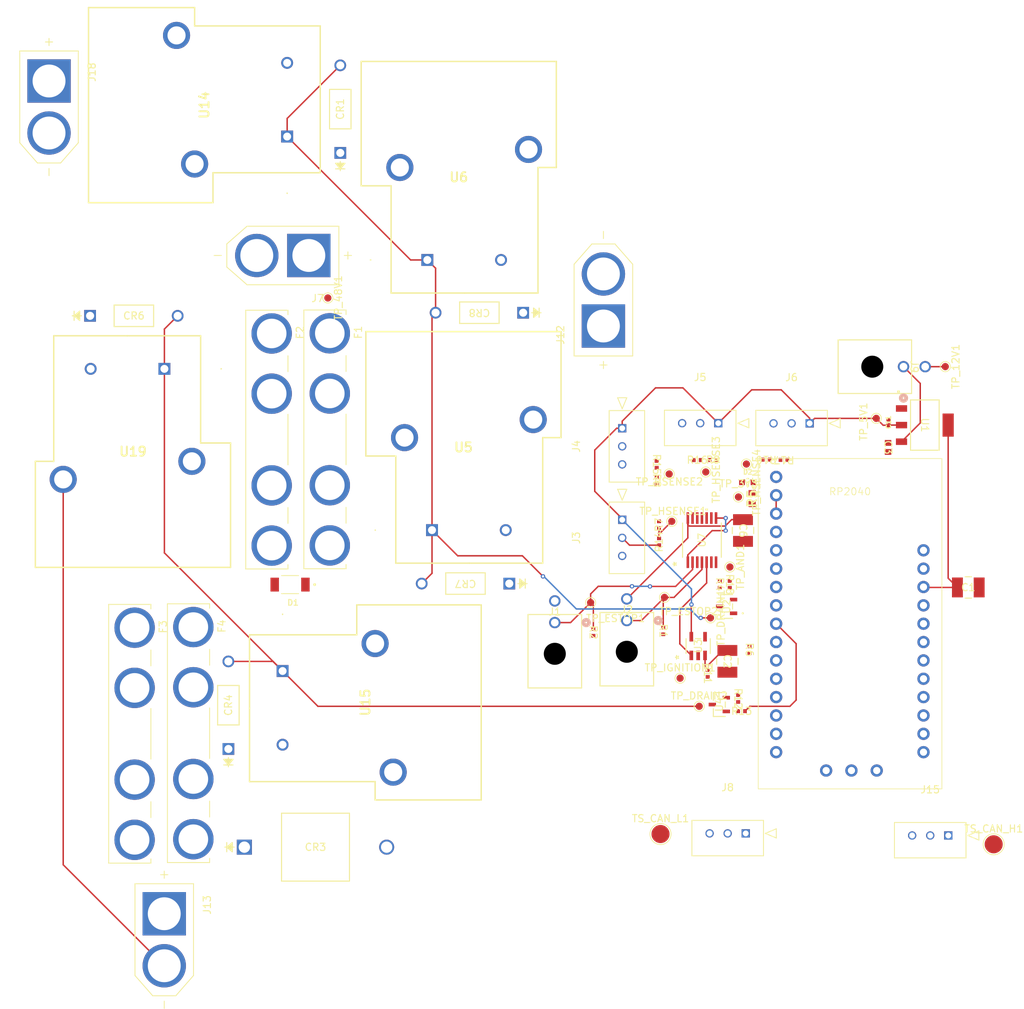
<source format=kicad_pcb>
(kicad_pcb (version 20240108) (generator "pcbnew") (generator_version "8.0")
  (layers (0 "F.Cu" signal) (31 "B.Cu" signal) (34 "B.Paste" user) (35 "F.Paste" user) (36 "B.SilkS" user "B.Silkscreen") (37 "F.SilkS" user "F.Silkscreen") (38 "B.Mask" user) (39 "F.Mask" user) (44 "Edge.Cuts" user))
  (net 0 "")
  (net 1 "GND")
  (net 2 "+5V")
  (net 3 "/IGNITION")
  (net 4 "Net-(U1-VIN)")
  (net 5 "+3V3")
  (net 6 "/DRAIN")
  (net 7 "+12V")
  (net 8 "Net-(J13-POS)")
  (net 9 "/DRAIN2")
  (net 10 "Net-(U15-COM)")
  (net 11 "Net-(D2-Pad2)")
  (net 12 "Net-(J7-POS)")
  (net 13 "Net-(U15-NO)")
  (net 14 "/ESTOP1")
  (net 15 "/ESTOP2")
  (net 16 "Net-(J3-Pad2)")
  (net 17 "Net-(J4-Pad2)")
  (net 18 "Net-(J5-Pad2)")
  (net 19 "Net-(J6-Pad2)")
  (net 20 "Net-(J7-NEG)")
  (net 21 "/CAN_L")
  (net 22 "/CAN_H")
  (net 23 "Net-(J12-NEG)")
  (net 24 "Net-(J12-POS)")
  (net 25 "Net-(J13-NEG)")
  (net 26 "Net-(J18-POS)")
  (net 27 "Net-(J18-NEG)")
  (net 28 "Net-(U2-G)")
  (net 29 "/HSENSE")
  (net 30 "/HSENSE_2")
  (net 31 "/HSENSE_3")
  (net 32 "/HSENSE_4")
  (net 33 "Net-(U4-G)")
  (net 34 "Net-(RP2040-D24)")
  (net 35 "Net-(U7-1Y)")
  (net 58 "/IGNITION_5V")
  (net 59 "Net-(U7-1A)")
  (footprint "SMV_ICs:J115F11AH12VDCS615U" (layer "F.Cu") (at 53.13 61.0658 90)
    (property "Reference" "U14" (at 4.35 -11.45 90) (layer "F.SilkS") (effects (font (size 1.27 1.27) (thickness 0.254))))
    (property "Value" "J115F11AH12VDCS61.5U" (hide yes))
    (pad "1" thru_hole rect (at 0 0 90) (size 1.65 1.65) (drill 1.1) (layers "*.Cu" "*.Mask") (net 6 "/DRAIN"))
    (pad "2" thru_hole circle (at 10.2 0 90) (size 1.65 1.65) (drill 1.1) (layers "*.Cu" "*.Mask") (net 7 "+12V"))
    (pad "3" thru_hole circle (at 14 -15.3 90) (size 3.75 3.75) (drill 2.5) (layers "*.Cu" "*.Mask") (net 26 "Net-(J18-POS)"))
    (pad "4" thru_hole circle (at -3.8 -12.8 90) (size 3.75 3.75) (drill 2.5) (layers "*.Cu" "*.Mask") (net 27 "Net-(J18-NEG)"))
  )
  (footprint "SMV_Passives:CAPC17595_87N_KEM-L" (layer "F.Cu") (at 136.2558 104.09 -90)
    (property "Reference" "C3" (at 0 0 -90) (layer "F.SilkS"))
    (property "Value" "C0603C474K4RACTU" (hide yes))
    (pad "1" smd rect (at -0.626199 0 270) (size 0.802399 0.899198) (layers "F.Cu" "F.Paste" "F.Mask") (net 4 "Net-(U1-VIN)"))
    (pad "2" smd rect (at 0.626199 0 270) (size 0.802399 0.899198) (layers "F.Cu" "F.Paste" "F.Mask") (net 1 "GND"))
  )
  (footprint "SMV_Passives:RES_CRCW_0402" (layer "F.Cu") (at 121.84411 105.819998 180)
    (property "Reference" "R17" (at 0 0 180) (layer "F.SilkS"))
    (property "Value" "1.5k ohms" (hide yes))
    (pad "1" smd rect (at -0.4699 0 180) (size 0.508 0.5588) (layers "F.Cu" "F.Paste" "F.Mask") (net 19 "Net-(J6-Pad2)"))
    (pad "2" smd rect (at 0.4699 0 180) (size 0.508 0.5588) (layers "F.Cu" "F.Paste" "F.Mask") (net 32 "/HSENSE_4"))
  )
  (footprint "SMV_Passives:1N4-G" (layer "F.Cu") (at 25.87 85.8758)
    (property "Reference" "CR6" (at 6.0579 0 0) (layer "F.SilkS"))
    (property "Value" "1N4007-G")
    (pad "1" thru_hole rect (at 0 0) (size 1.6256 1.6256) (drill 1.1176) (layers "*.Cu" "*.Mask") (net 7 "+12V"))
    (pad "2" thru_hole circle (at 12.1158 0) (size 1.6256 1.6256) (drill 1.1176) (layers "*.Cu" "*.Mask") (net 9 "/DRAIN2"))
  )
  (footprint "TestPoint:TestPoint_Pad_D1.0mm" (layer "F.Cu") (at 110.1301 139.92)
    (property "Reference" "TP_DRAIN2" (at 0 -1.448 0) (layer "F.SilkS"))
    (property "Value" "TestPoint" (hide yes))
    (pad "1" smd circle (at 0 0) (size 1 1) (layers "F.Cu" "F.Mask") (net 9 "/DRAIN2"))
  )
  (footprint "SMV_ICs:J115F11AH12VDCS615U" (layer "F.Cu") (at 36.15 93.2158 180)
    (property "Reference" "U19" (at 4.35 -11.45 360) (layer "F.SilkS") (effects (font (size 1.27 1.27) (thickness 0.254))))
    (property "Value" "J115F11AH12VDCS61.5U" (hide yes))
    (pad "1" thru_hole rect (at 0 0 180) (size 1.65 1.65) (drill 1.1) (layers "*.Cu" "*.Mask") (net 9 "/DRAIN2"))
    (pad "2" thru_hole circle (at 10.2 0 180) (size 1.65 1.65) (drill 1.1) (layers "*.Cu" "*.Mask") (net 7 "+12V"))
    (pad "3" thru_hole circle (at 14 -15.3 180) (size 3.75 3.75) (drill 2.5) (layers "*.Cu" "*.Mask") (net 25 "Net-(J13-NEG)"))
    (pad "4" thru_hole circle (at -3.8 -12.8 180) (size 3.75 3.75) (drill 2.5) (layers "*.Cu" "*.Mask") (net 20 "Net-(J7-NEG)"))
  )
  (footprint "TestPoint:TestPoint_Pad_D1.0mm" (layer "F.Cu") (at 105.33 124.85)
    (property "Reference" "TP_ESTOP2" (at 3.34 1.942 360) (layer "F.SilkS"))
    (property "Value" "TestPoint" (hide yes))
    (pad "1" smd circle (at 0 0) (size 1 1) (layers "F.Cu" "F.Mask") (net 15 "/ESTOP2"))
  )
  (footprint "TestPoint:TestPoint_Pad_D1.0mm" (layer "F.Cu") (at 114.38 120.6399 -90)
    (property "Reference" "TP_AND1" (at 0 -1.448 90) (layer "F.SilkS"))
    (property "Value" "TestPoint" (hide yes))
    (pad "1" smd circle (at 0 0 270) (size 1 1) (layers "F.Cu" "F.Mask") (net 28 "Net-(U2-G)"))
  )
  (footprint "SMV_Passives:RES_CRCW_0402" (layer "F.Cu") (at 105.1599 129.48 -90)
    (property "Reference" "R1" (at 0 0 -90) (layer "F.SilkS"))
    (property "Value" "10k ohms" (hide yes))
    (pad "1" smd rect (at -0.4699 0 270) (size 0.508 0.5588) (layers "F.Cu" "F.Paste" "F.Mask") (net 15 "/ESTOP2"))
    (pad "2" smd rect (at 0.4699 0 270) (size 0.508 0.5588) (layers "F.Cu" "F.Paste" "F.Mask") (net 1 "GND"))
  )
  (footprint "TestPoint:TestPoint_Pad_D2.5mm" (layer "F.Cu") (at 150.87 159.02)
    (property "Reference" "TS_CAN_H1" (at 0 -2.148 0) (layer "F.SilkS"))
    (property "Value" "~")
    (pad "1" smd circle (at 0 0) (size 2.5 2.5) (layers "F.Cu" "F.Mask") (net 22 "/CAN_H"))
  )
  (footprint "SMV_ICs:IRLML6344TRPBF_INF-L" (layer "F.Cu") (at 113.9217 126.1 90)
    (property "Reference" "U2" (at 0 0 90) (layer "F.SilkS"))
    (property "Value" "IRLML6344TRPBF" (hide yes))
    (pad "1" smd rect (at -0.950001 0.9644 90) (size 0.508 1.016) (layers "F.Cu" "F.Paste" "F.Mask") (net 28 "Net-(U2-G)"))
    (pad "2" smd rect (at 0.950001 0.9644 90) (size 0.508 1.016) (layers "F.Cu" "F.Paste" "F.Mask") (net 1 "GND"))
    (pad "3" smd rect (at 0 -0.9644 90) (size 0.508 1.016) (layers "F.Cu" "F.Paste" "F.Mask") (net 6 "/DRAIN"))
  )
  (footprint "TestPoint:TestPoint_Pad_D2.5mm" (layer "F.Cu") (at 104.78 157.6)
    (property "Reference" "TS_CAN_L1" (at 0 -2.148 0) (layer "F.SilkS"))
    (property "Value" "~")
    (pad "1" smd circle (at 0 0) (size 2.5 2.5) (layers "F.Cu" "F.Mask") (net 21 "/CAN_L"))
  )
  (footprint "TestPoint:TestPoint_Pad_D1.0mm" (layer "F.Cu") (at 107.49 136.03)
    (property "Reference" "TP_IGNITION1" (at 0 -1.448 0) (layer "F.SilkS"))
    (property "Value" "TestPoint" (hide yes))
    (pad "1" smd circle (at 0 0) (size 1 1) (layers "F.Cu" "F.Mask") (net 3 "/IGNITION"))
  )
  (footprint "SMV_Connectors:AMASS_XT60-M" (layer "F.Cu") (at 52.53 77.5258 180)
    (property "Reference" "J7" (at -4.825 -5.935 360) (layer "F.SilkS"))
    (property "Value" "XT60-M")
    (pad "N" thru_hole circle (at 3.6 0 180) (size 6 6) (drill 4.55) (layers "*.Cu" "*.Mask") (net 20 "Net-(J7-NEG)"))
    (pad "P" thru_hole rect (at -3.6 0 180) (size 6 6) (drill 4.55) (layers "*.Cu" "*.Mask") (net 12 "Net-(J7-POS)"))
  )
  (footprint "SMV_ICs:SOT223_STM" (layer "F.Cu") (at 141.3458 101 -90)
    (property "Reference" "U1" (at 0 0 -90) (layer "F.SilkS"))
    (property "Value" "LDL1117S50R" (hide yes))
    (pad "1" smd rect (at -2.3 3.2258 270) (size 0.9008 1.5494) (layers "F.Cu" "F.Paste" "F.Mask") (net 1 "GND"))
    (pad "2" smd rect (at 0 3.2258 270) (size 0.9008 1.5494) (layers "F.Cu" "F.Paste" "F.Mask") (net 2 "+5V"))
    (pad "3" smd rect (at 2.3 3.2258 270) (size 0.9008 1.5494) (layers "F.Cu" "F.Paste" "F.Mask") (net 4 "Net-(U1-VIN)"))
    (pad "4" smd rect (at 0 -3.2258 270) (size 3.2004 1.5494) (layers "F.Cu" "F.Paste" "F.Mask") (net 2 "+5V"))
  )
  (footprint "SMV_ICs:SOT-23-5_MC_MCH" (layer "F.Cu") (at 109.989999 131.584801 90)
    (property "Reference" "U3" (at 0 0 90) (layer "F.SilkS"))
    (property "Value" "MCP6286T-E/OT" (hide yes))
    (fp_text user "*" (at -1.549201 -2.601 90) (layer "F.SilkS"))
    (fp_text user "*" (at -1.549201 -2.601 90) (layer "F.SilkS"))
    (pad "1" smd rect (at -1.295199 -0.950001 90) (size 1.3208 0.508) (layers "F.Cu" "F.Paste" "F.Mask") (net 58 "/IGNITION_5V"))
    (pad "2" smd rect (at -1.295199 0 90) (size 1.3208 0.508) (layers "F.Cu" "F.Paste" "F.Mask") (net 1 "GND"))
    (pad "3" smd rect (at -1.295199 0.950001 90) (size 1.3208 0.508) (layers "F.Cu" "F.Paste" "F.Mask") (net 3 "/IGNITION"))
    (pad "4" smd rect (at 1.295199 0.950001 90) (size 1.3208 0.508) (layers "F.Cu" "F.Paste" "F.Mask") (net 1 "GND"))
    (pad "5" smd rect (at 1.295199 -0.950001 90) (size 1.3208 0.508) (layers "F.Cu" "F.Paste" "F.Mask") (net 2 "+5V"))
  )
  (footprint "SMV_Passives:1N4-G" (layer "F.Cu") (at 45 145.8258 90)
    (property "Reference" "CR4" (at 6.0579 0 90) (layer "F.SilkS"))
    (property "Value" "1N4007-G")
    (pad "1" thru_hole rect (at 0 0 90) (size 1.6256 1.6256) (drill 1.1176) (layers "*.Cu" "*.Mask") (net 7 "+12V"))
    (pad "2" thru_hole circle (at 12.1158 0 90) (size 1.6256 1.6256) (drill 1.1176) (layers "*.Cu" "*.Mask") (net 9 "/DRAIN2"))
  )
  (footprint "SMV_Connectors:FUSE_3555-2" (layer "F.Cu") (at 59.03 102.9808 -90)
    (property "Reference" "F1" (at -14.81 -3.935 90) (layer "F.SilkS"))
    (property "Value" "3555-2")
    (pad "1_1" thru_hole circle (at -14.685 0 270) (size 5.59 5.59) (drill 4.09) (layers "*.Cu" "*.Mask") (net 12 "Net-(J7-POS)"))
    (pad "1_2" thru_hole circle (at -6.355 0 270) (size 5.59 5.59) (drill 4.09) (layers "*.Cu" "*.Mask"))
    (pad "2_1" thru_hole circle (at 6.345 0 270) (size 5.59 5.59) (drill 4.09) (layers "*.Cu" "*.Mask") (net 10 "Net-(U15-COM)"))
    (pad "2_2" thru_hole circle (at 14.675 0 270) (size 5.59 5.59) (drill 4.09) (layers "*.Cu" "*.Mask"))
  )
  (footprint "TestPoint:TestPoint_Pad_D1.0mm" (layer "F.Cu") (at 116.66 106.39 -90)
    (property "Reference" "TP_HSENSE4" (at 2.56 -1.398 90) (layer "F.SilkS"))
    (property "Value" "TestPoint" (hide yes))
    (pad "1" smd circle (at 0 0 270) (size 1 1) (layers "F.Cu" "F.Mask") (net 32 "/HSENSE_4"))
  )
  (footprint "SMV_Connectors:3pin_CON_22035035_MOL" (layer "F.Cu") (at 144.59 157.8)
    (property "Reference" "J15" (at -2.49999 -6.35 0) (layer "F.SilkS"))
    (property "Value" "22035035" (hide yes))
    (pad "1" thru_hole rect (at 0 0) (size 1.15 1.15) (drill 0.8) (layers "*.Cu" "*.Mask") (net 22 "/CAN_H"))
    (pad "2" thru_hole circle (at -2.5 0) (size 1.15 1.15) (drill 0.8) (layers "*.Cu" "*.Mask") (net 1 "GND"))
    (pad "3" thru_hole circle (at -5 0) (size 1.15 1.15) (drill 0.8) (layers "*.Cu" "*.Mask") (net 21 "/CAN_L"))
  )
  (footprint "SMV_Connectors:CONN_SD-43045-001_02_MOL" (layer "F.Cu") (at 138.394301 92.9166 -90)
    (property "Reference" "J9" (at 0 -1.5 -90) (layer "F.SilkS"))
    (property "Value" "430450200" (hide yes))
    (pad "" np_thru_hole circle (at 0 4.320002 270) (size 3.048 3.048) (drill 3.048) (layers))
    (pad "1" thru_hole circle (at 0 0 270) (size 1.5748 1.5748) (drill 1.0668) (layers "*.Cu" "*.Mask") (net 4 "Net-(U1-VIN)"))
    (pad "2" thru_hole circle (at 0 -2.999999 270) (size 1.5748 1.5748) (drill 1.0668) (layers "*.Cu" "*.Mask") (net 7 "+12V"))
  )
  (footprint "SMV_Passives:RES_CRCW_0402" (layer "F.Cu") (at 119.39411 105.779998 180)
    (property "Reference" "R10" (at 0 0 180) (layer "F.SilkS"))
    (property "Value" "10k ohms" (hide yes))
    (pad "1" smd rect (at -0.4699 0 180) (size 0.508 0.5588) (layers "F.Cu" "F.Paste" "F.Mask") (net 32 "/HSENSE_4"))
    (pad "2" smd rect (at 0.4699 0 180) (size 0.508 0.5588) (layers "F.Cu" "F.Paste" "F.Mask") (net 1 "GND"))
  )
  (footprint "SMV_Passives:CAPC340270_190N_KEM-M" (layer "F.Cu") (at 116.19 115.59 -90)
    (property "Reference" "C6" (at 0 0 -90) (layer "F.SilkS"))
    (property "Value" "1 µF")
    (pad "1" smd rect (at -1.504398 0 270) (size 1.508798 2.750795) (layers "F.Cu" "F.Paste" "F.Mask") (net 5 "+3V3"))
    (pad "2" smd rect (at 1.504398 0 270) (size 1.508798 2.750795) (layers "F.Cu" "F.Paste" "F.Mask") (net 1 "GND"))
  )
  (footprint "SMV_Passives:CAPC340270_190N_KEM-M" (layer "F.Cu") (at 114.03 133.695602 -90)
    (property "Reference" "C2" (at 0 0 -90) (layer "F.SilkS"))
    (property "Value" "1 µF" (hide yes))
    (pad "1" smd rect (at -1.504398 0 270) (size 1.508798 2.750795) (layers "F.Cu" "F.Paste" "F.Mask") (net 3 "/IGNITION"))
    (pad "2" smd rect (at 1.504398 0 270) (size 1.508798 2.750795) (layers "F.Cu" "F.Paste" "F.Mask") (net 1 "GND"))
  )
  (footprint "SMV_Connectors:3pin_CON_22035035_MOL" (layer "F.Cu") (at 99.480002 101.4398 90)
    (property "Reference" "J4" (at -2.49999 -6.35 90) (layer "F.SilkS"))
    (property "Value" "22035035" (hide yes))
    (pad "1" thru_hole rect (at 0 0 90) (size 1.15 1.15) (drill 0.8) (layers "*.Cu" "*.Mask") (net 2 "+5V"))
    (pad "2" thru_hole circle (at -2.5 0 90) (size 1.15 1.15) (drill 0.8) (layers "*.Cu" "*.Mask") (net 17 "Net-(J4-Pad2)"))
    (pad "3" thru_hole circle (at -5 0 90) (size 1.15 1.15) (drill 0.8) (layers "*.Cu" "*.Mask") (net 1 "GND"))
  )
  (footprint "TestPoint:TestPoint_Pad_D1.0mm" (layer "F.Cu") (at 95.11 125.56)
    (property "Reference" "TP_ESTOP1" (at 3.44 2.192 0) (layer "F.SilkS"))
    (property "Value" "TestPoint" (hide yes))
    (pad "1" smd circle (at 0 0) (size 1 1) (layers "F.Cu" "F.Mask") (net 14 "/ESTOP1"))
  )
  (footprint "SMV_Passives:RES_CRCW_0402" (layer "F.Cu") (at 104.26 108.67 -90)
    (property "Reference" "R8" (at 0 0 -90) (layer "F.SilkS"))
    (property "Value" "10k ohms" (hide yes))
    (pad "1" smd rect (at -0.4699 0 270) (size 0.508 0.5588) (layers "F.Cu" "F.Paste" "F.Mask") (net 30 "/HSENSE_2"))
    (pad "2" smd rect (at 0.4699 0 270) (size 0.508 0.5588) (layers "F.Cu" "F.Paste" "F.Mask") (net 1 "GND"))
  )
  (footprint "SMV_Passives:RES_CRCW_0402" (layer "F.Cu") (at 117.09 132.0901 -90)
    (property "Reference" "R6" (at 0 0 -90) (layer "F.SilkS"))
    (property "Value" "10k ohms" (hide yes))
    (pad "1" smd rect (at -0.4699 0 270) (size 0.508 0.5588) (layers "F.Cu" "F.Paste" "F.Mask") (net 3 "/IGNITION"))
    (pad "2" smd rect (at 0.4699 0 270) (size 0.508 0.5588) (layers "F.Cu" "F.Paste" "F.Mask") (net 1 "GND"))
  )
  (footprint "TestPoint:TestPoint_Pad_D1.0mm" (layer "F.Cu") (at 106.34 114.32)
    (property "Reference" "TP_HSENSE1" (at 0.169998 -1.40191 360) (layer "F.SilkS"))
    (property "Value" "TestPoint" (hide yes))
    (pad "1" smd circle (at 0 0) (size 1 1) (layers "F.Cu" "F.Mask") (net 29 "/HSENSE"))
  )
  (footprint "TestPoint:TestPoint_Pad_D1.0mm" (layer "F.Cu") (at 115.56 110.95)
    (property "Reference" "TP_3V3" (at 0.01 -1.838 0) (layer "F.SilkS"))
    (property "Value" "~")
    (pad "1" smd circle (at 0 0) (size 1 1) (layers "F.Cu" "F.Mask") (net 5 "+3V3"))
  )
  (footprint "SMV_Passives:RES_CRCW_0402" (layer "F.Cu") (at 112.98 123.04 -90)
    (property "Reference" "R4" (at 0 0 -90) (layer "F.SilkS"))
    (property "Value" "10k ohms" (hide yes))
    (pad "1" smd rect (at -0.4699 0 270) (size 0.508 0.5588) (layers "F.Cu" "F.Paste" "F.Mask") (net 1 "GND"))
    (pad "2" smd rect (at 0.4699 0 270) (size 0.508 0.5588) (layers "F.Cu" "F.Paste" "F.Mask") (net 28 "Net-(U2-G)"))
  )
  (footprint "SMV_Connectors:FUSE_3555-2" (layer "F.Cu") (at 40.154 143.6408 -90)
    (property "Reference" "F4" (at -14.81 -3.935 90) (layer "F.SilkS"))
    (property "Value" "3555-2")
    (pad "1_1" thru_hole circle (at -14.685 0 270) (size 5.59 5.59) (drill 4.09) (layers "*.Cu" "*.Mask") (net 13 "Net-(U15-NO)"))
    (pad "1_2" thru_hole circle (at -6.355 0 270) (size 5.59 5.59) (drill 4.09) (layers "*.Cu" "*.Mask"))
    (pad "2_1" thru_hole circle (at 6.345 0 270) (size 5.59 5.59) (drill 4.09) (layers "*.Cu" "*.Mask") (net 8 "Net-(J13-POS)"))
    (pad "2_2" thru_hole circle (at 14.675 0 270) (size 5.59 5.59) (drill 4.09) (layers "*.Cu" "*.Mask"))
  )
  (footprint "SMV_Passives:RES_CRCW_0402" (layer "F.Cu") (at 104.58 117.1499 90)
    (property "Reference" "R14" (at 0 0 90) (layer "F.SilkS"))
    (property "Value" "1.5k ohms" (hide yes))
    (pad "1" smd rect (at -0.4699 0 90) (size 0.508 0.5588) (layers "F.Cu" "F.Paste" "F.Mask") (net 16 "Net-(J3-Pad2)"))
    (pad "2" smd rect (at 0.4699 0 90) (size 0.508 0.5588) (layers "F.Cu" "F.Paste" "F.Mask") (net 29 "/HSENSE"))
  )
  (footprint "SMV_Connectors:3pin_CON_22035035_MOL" (layer "F.Cu") (at 125.41 100.76)
    (property "Reference" "J6" (at -2.49999 -6.35 0) (layer "F.SilkS"))
    (property "Value" "22035035" (hide yes))
    (pad "1" thru_hole rect (at 0 0) (size 1.15 1.15) (drill 0.8) (layers "*.Cu" "*.Mask") (net 2 "+5V"))
    (pad "2" thru_hole circle (at -2.5 0) (size 1.15 1.15) (drill 0.8) (layers "*.Cu" "*.Mask") (net 19 "Net-(J6-Pad2)"))
    (pad "3" thru_hole circle (at -5 0) (size 1.15 1.15) (drill 0.8) (layers "*.Cu" "*.Mask") (net 1 "GND"))
  )
  (footprint "TestPoint:TestPoint_Pad_D1.0mm" (layer "F.Cu") (at 58.76 83.4058 -90)
    (property "Reference" "TP_48V1" (at 0 -1.448 90) (layer "F.SilkS"))
    (property "Value" "V_DIVIDED")
    (pad "1" smd circle (at 0 0 270) (size 1 1) (layers "F.Cu" "F.Mask") (net 12 "Net-(J7-POS)"))
  )
  (footprint "SMV_Connectors:3pin_CON_22035035_MOL" (layer "F.Cu") (at 112.77 100.74)
    (property "Reference" "J5" (at -2.49999 -6.35 0) (layer "F.SilkS"))
    (property "Value" "22035035" (hide yes))
    (pad "1" thru_hole rect (at 0 0) (size 1.15 1.15) (drill 0.8) (layers "*.Cu" "*.Mask") (net 2 "+5V"))
    (pad "2" thru_hole circle (at -2.5 0) (size 1.15 1.15) (drill 0.8) (layers "*.Cu" "*.Mask") (net 18 "Net-(J5-Pad2)"))
    (pad "3" thru_hole circle (at -5 0) (size 1.15 1.15) (drill 0.8) (layers "*.Cu" "*.Mask") (net 1 "GND"))
  )
  (footprint "SMV_Connectors:RP2040" (layer "F.Cu") (at 131.1905 125.95)
    (property "Reference" "RP2040" (at -0.1905 -15.74 0) (layer "F.SilkS") (effects (font (thickness 0.1))))
    (property "Value" "~")
    (pad "1" thru_hole circle (at 9.9695 -7.62) (size 1.7 1.7) (drill 1) (layers "*.Cu" "*.Mask"))
    (pad "2" thru_hole circle (at 9.9695 -5.08) (size 1.7 1.7) (drill 1) (layers "*.Cu" "*.Mask"))
    (pad "3" thru_hole circle (at 9.9695 -2.54) (size 1.7 1.7) (drill 1) (layers "*.Cu" "*.Mask") (net 2 "+5V"))
    (pad "4" thru_hole circle (at 9.9695 0) (size 1.7 1.7) (drill 1) (layers "*.Cu" "*.Mask"))
    (pad "5" thru_hole circle (at 9.9695 2.54) (size 1.7 1.7) (drill 1) (layers "*.Cu" "*.Mask"))
    (pad "6" thru_hole circle (at 9.9695 5.08) (size 1.7 1.7) (drill 1) (layers "*.Cu" "*.Mask"))
    (pad "7" thru_hole circle (at 9.9695 7.62) (size 1.7 1.7) (drill 1) (layers "*.Cu" "*.Mask"))
    (pad "8" thru_hole circle (at 9.9695 10.16) (size 1.7 1.7) (drill 1) (layers "*.Cu" "*.Mask"))
    (pad "9" thru_hole circle (at 9.9695 12.7) (size 1.7 1.7) (drill 1) (layers "*.Cu" "*.Mask"))
    (pad "10" thru_hole circle (at 9.9695 15.24) (size 1.7 1.7) (drill 1) (layers "*.Cu" "*.Mask"))
    (pad "11" thru_hole circle (at 9.9695 17.78) (size 1.7 1.7) (drill 1) (layers "*.Cu" "*.Mask"))
    (pad "12" thru_hole circle (at 9.9695 20.32) (size 1.7 1.7) (drill 1) (layers "*.Cu" "*.Mask"))
    (pad "13" thru_hole circle (at -10.414 20.32) (size 1.7 1.7) (drill 1) (layers "*.Cu" "*.Mask"))
    (pad "14" thru_hole circle (at -10.414 17.78) (size 1.7 1.7) (drill 1) (layers "*.Cu" "*.Mask"))
    (pad "15" thru_hole circle (at -10.414 15.24) (size 1.7 1.7) (drill 1) (layers "*.Cu" "*.Mask"))
    (pad "16" thru_hole circle (at -10.414 12.7) (size 1.7 1.7) (drill 1) (layers "*.Cu" "*.Mask"))
    (pad "17" thru_hole circle (at -10.414 10.16) (size 1.7 1.7) (drill 1) (layers "*.Cu" "*.Mask"))
    (pad "18" thru_hole circle (at -10.414 7.62) (size 1.7 1.7) (drill 1) (layers "*.Cu" "*.Mask"))
    (pad "19" thru_hole circle (at -10.414 5.08) (size 1.7 1.7) (drill 1) (layers "*.Cu" "*.Mask") (net 3 "/IGNITION"))
    (pad "20" thru_hole circle (at -10.414 2.54) (size 1.7 1.7) (drill 1) (layers "*.Cu" "*.Mask") (net 34 "Net-(RP2040-D24)"))
    (pad "21" thru_hole circle (at -10.414 0) (size 1.7 1.7) (drill 1) (layers "*.Cu" "*.Mask"))
    (pad "22" thru_hole circle (at -10.414 -2.54) (size 1.7 1.7) (drill 1) (layers "*.Cu" "*.Mask"))
    (pad "23" thru_hole circle (at -10.414 -5.08) (size 1.7 1.7) (drill 1) (layers "*.Cu" "*.Mask"))
    (pad "24" thru_hole circle (at -10.414 -7.62) (size 1.7 1.7) (drill 1) (layers "*.Cu" "*.Mask"))
    (pad "25" thru_hole circle (at -10.414 -10.16) (size 1.7 1.7) (drill 1) (layers "*.Cu" "*.Mask") (net 1 "GND"))
    (pad "26" thru_hole circle (at -10.414 -12.7) (size 1.7 1.7) (drill 1) (layers "*.Cu" "*.Mask") (net 5 "+3V3"))
    (pad "27" thru_hole circle (at -10.414 -15.24) (size 1.7 1.7) (drill 1) (layers "*.Cu" "*.Mask") (net 5 "+3V3"))
    (pad "28" thru_hole circle (at -10.414 -17.78) (size 1.7 1.7) (drill 1) (layers "*.Cu" "*.Mask"))
    (pad "29" thru_hole circle (at 3.5 22.86) (size 1.7 1.7) (drill 1) (layers "*.Cu" "*.Mask") (net 21 "/CAN_L"))
    (pad "30" thru_hole circle (at 0 22.86) (size 1.7 1.7) (drill 1) (layers "*.Cu" "*.Mask") (net 1 "GND"))
    (pad "31" thru_hole circle (at -3.5 22.86) (size 1.7 1.7) (drill 1) (layers "*.Cu" "*.Mask") (net 22 "/CAN_H"))
  )
  (footprint "SMV_Connectors:CONN_SD-43045-001_02_MOL" (layer "F.Cu") (at 100.1166 128.0557)
    (property "Reference" "J2" (at 0 -1.5 0) (layer "F.SilkS"))
    (property "Value" "430450200" (hide yes))
    (pad "" np_thru_hole circle (at 0 4.320002) (size 3.048 3.048) (drill 3.048) (layers))
    (pad "1" thru_hole circle (at 0 0) (size 1.5748 1.5748) (drill 1.0668) (layers "*.Cu" "*.Mask") (net 15 "/ESTOP2"))
    (pad "2" thru_hole circle (at 0 -2.999999) (size 1.5748 1.5748) (drill 1.0668) (layers "*.Cu" "*.Mask") (net 5 "+3V3"))
  )
  (footprint "SMV_ICs:TSSOP14_PW_TEX-M" (layer "F.Cu") (at 110.51 116.92435 90)
    (property "Reference" "U7" (at 0 0 90) (layer "F.SilkS"))
    (property "Value" "SN74HCS21QPWRQ1" (hide yes))
    (fp_text user "*" (at -3.30835 -3.4486 90) (layer "F.SilkS"))
    (fp_text user "*" (at -3.30835 -3.4486 90) (layer "F.SilkS"))
    (pad "1" smd rect (at -3.05435 -1.950001 90) (size 1.6129 0.3556) (layers "F.Cu" "F.Paste" "F.Mask") (net 59 "Net-(U7-1A)"))
    (pad "2" smd rect (at -3.05435 -1.3 90) (size 1.6129 0.3556) (layers "F.Cu" "F.Paste" "F.Mask") (net 14 "/ESTOP1"))
    (pad "3" smd rect (at -3.05435 -0.649999 90) (size 1.6129 0.3556) (layers "F.Cu" "F.Paste" "F.Mask"))
    (pad "4" smd rect (at -3.05435 0 90) (size 1.6129 0.3556) (layers "F.Cu" "F.Paste" "F.Mask") (net 15 "/ESTOP2"))
    (pad "5" smd rect (at -3.05435 0.649999 90) (size 1.6129 0.3556) (layers "F.Cu" "F.Paste" "F.Mask") (net 58 "/IGNITION_5V"))
    (pad "6" smd rect (at -3.05435 1.3 90) (size 1.6129 0.3556) (layers "F.Cu" "F.Paste" "F.Mask") (net 35 "Net-(U7-1Y)"))
    (pad "7" smd rect (at -3.05435 1.949999 90) (size 1.6129 0.3556) (layers "F.Cu" "F.Paste" "F.Mask") (net 1 "GND"))
    (pad "8" smd rect (at 3.05435 1.950001 90) (size 1.6129 0.3556) (layers "F.Cu" "F.Paste" "F.Mask") (net 59 "Net-(U7-1A)"))
    (pad "9" smd rect (at 3.05435 1.3 90) (size 1.6129 0.3556) (layers "F.Cu" "F.Paste" "F.Mask") (net 32 "/HSENSE_4"))
    (pad "10" smd rect (at 3.05435 0.650001 90) (size 1.6129 0.3556) (layers "F.Cu" "F.Paste" "F.Mask") (net 31 "/HSENSE_3"))
    (pad "11" smd rect (at 3.05435 0 90) (size 1.6129 0.3556) (layers "F.Cu" "F.Paste" "F.Mask"))
    (pad "12" smd rect (at 3.05435 -0.649999 90) (size 1.6129 0.3556) (layers "F.Cu" "F.Paste" "F.Mask") (net 30 "/HSENSE_2"))
    (pad "13" smd rect (at 3.05435 -1.3 90) (size 1.6129 0.3556) (layers "F.Cu" "F.Paste" "F.Mask") (net 29 "/HSENSE"))
    (pad "14" smd rect (at 3.05435 -1.949999 90) (size 1.6129 0.3556) (layers "F.Cu" "F.Paste" "F.Mask") (net 5 "+3V3"))
  )
  (footprint "TestPoint:TestPoint_Pad_D1.0mm" (layer "F.Cu") (at 105.98 107.7699)
    (property "Reference" "TP_HSENSE2" (at 0.02599 1.072002 0) (layer "F.SilkS"))
    (property "Value" "TestPoint" (hide yes))
    (pad "1" smd circle (at 0 0) (size 1 1) (layers "F.Cu" "F.Mask") (net 30 "/HSENSE_2"))
  )
  (footprint "SMV_Passives:RES_CRCW_0402" (layer "F.Cu") (at 111.31 135.3799 -90)
    (property "Reference" "R11" (at 0 0 -90) (layer "F.SilkS"))
    (property "Value" "10k ohms" (hide yes))
    (pad "1" smd rect (at -0.4699 0 270) (size 0.508 0.5588) (layers "F.Cu" "F.Paste" "F.Mask") (net 3 "/IGNITION"))
    (pad "2" smd rect (at 0.4699 0 270) (size 0.508 0.5588) (layers "F.Cu" "F.Paste" "F.Mask") (net 1 "GND"))
  )
  (footprint "SMV_Passives:RES_CRCW_0402" (layer "F.Cu") (at 112.0499 105.83)
    (property "Reference" "R9" (at 0 0 0) (layer "F.SilkS"))
    (property "Value" "10k ohms" (hide yes))
    (pad "1" smd rect (at -0.4699 0) (size 0.508 0.5588) (layers "F.Cu" "F.Paste" "F.Mask") (net 31 "/HSENSE_3"))
    (pad "2" smd rect (at 0.4699 0) (size 0.508 0.5588) (layers "F.Cu" "F.Paste" "F.Mask") (net 1 "GND"))
  )
  (footprint "SMV_Passives:1N4-G" (layer "F.Cu") (at 83.8594 122.9358 180)
    (property "Reference" "CR7" (at 6.0579 0 180) (layer "F.SilkS"))
    (property "Value" "1N4007-G")
    (pad "1" thru_hole rect (at 0 0 180) (size 1.6256 1.6256) (drill 1.1176) (layers "*.Cu" "*.Mask") (net 7 "+12V"))
    (pad "2" thru_hole circle (at 12.1158 0 180) (size 1.6256 1.6256) (drill 1.1176) (layers "*.Cu" "*.Mask") (net 6 "/DRAIN"))
  )
  (footprint "SMV_Connectors:AMASS_XT60-M" (layer "F.Cu") (at 96.88 83.6858 90)
    (property "Reference" "J12" (at -4.825 -5.935 90) (layer "F.SilkS"))
    (property "Value" "XT60-M")
    (pad "N" thru_hole circle (at 3.6 0 90) (size 6 6) (drill 4.55) (layers "*.Cu" "*.Mask") (net 23 "Net-(J12-NEG)"))
    (pad "P" thru_hole rect (at -3.6 0 90) (size 6 6) (drill 4.55) (layers "*.Cu" "*.Mask") (net 24 "Net-(J12-POS)"))
  )
  (footprint "SMV_Connectors:3pin_CON_22035035_MOL" (layer "F.Cu") (at 99.480002 114.10401 90)
    (property "Reference" "J3" (at -2.49999 -6.35 90) (layer "F.SilkS"))
    (property "Value" "22035035" (hide yes))
    (pad "1" thru_hole rect (at 0 0 90) (size 1.15 1.15) (drill 0.8) (layers "*.Cu" "*.Mask") (net 2 "+5V"))
    (pad "2" thru_hole circle (at -2.5 0 90) (size 1.15 1.15) (drill 0.8) (layers "*.Cu" "*.Mask") (net 16 "Net-(J3-Pad2)"))
    (pad "3" thru_hole circle (at -5 0 90) (size 1.15 1.15) (drill 0.8) (layers "*.Cu" "*.Mask") (net 1 "GND"))
  )
  (footprint "SMV_ICs:J115F11AH12VDCS615U" (layer "F.Cu") (at 73.17 115.5358)
    (property "Reference" "U5" (at 4.35 -11.45 360) (layer "F.SilkS") (effects (font (size 1.27 1.27) (thickness 0.254))))
    (property "Value" "J115F11AH12VDCS61.5U" (hide yes))
    (pad "1" thru_hole rect (at 0 0) (size 1.65 1.65) (drill 1.1) (layers "*.Cu" "*.Mask") (net 6 "/DRAIN"))
    (pad "2" thru_hole circle (at 10.2 0) (size 1.65 1.65) (drill 1.1) (layers "*.Cu" "*.Mask") (net 7 "+12V"))
    (pad "3" thru_hole circle (at 14 -15.3) (size 3.75 3.75) (drill 2.5) (layers "*.Cu" "*.Mask") (net 24 "Net-(J12-POS)"))
    (pad "4" thru_hole circle (at -3.8 -12.8) (size 3.75 3.75) (drill 2.5) (layers "*.Cu" "*.Mask") (net 10 "Net-(U15-COM)"))
  )
  (footprint "SMV_Connectors:FUSE_3555-2" (layer "F.Cu") (at 32.029 143.7258 -90)
    (property "Reference" "F3" (at -14.81 -3.935 90) (layer "F.SilkS"))
    (property "Value" "3555-2")
    (pad "1_1" thru_hole circle (at -14.685 0 270) (size 5.59 5.59) (drill 4.09) (layers "*.Cu" "*.Mask") (net 13 "Net-(U15-NO)"))
    (pad "1_2" thru_hole circle (at -6.355 0 270) (size 5.59 5.59) (drill 4.09) (layers "*.Cu" "*.Mask"))
    (pad "2_1" thru_hole circle (at 6.345 0 270) (size 5.59 5.59) (drill 4.09) (layers "*.Cu" "*.Mask") (net 8 "Net-(J13-POS)"))
    (pad "2_2" thru_hole circle (at 14.675 0 270) (size 5.59 5.59) (drill 4.09) (layers "*.Cu" "*.Mask"))
  )
  (footprint "SMV_Connectors:AMASS_XT60-M" (layer "F.Cu") (at 36.129 172.2308 -90)
    (property "Reference" "J13" (at -4.825 -5.935 90) (layer "F.SilkS"))
    (property "Value" "XT60-M")
    (pad "N" thru_hole circle (at 3.6 0 270) (size 6 6) (drill 4.55) (layers "*.Cu" "*.Mask") (net 25 "Net-(J13-NEG)"))
    (pad "P" thru_hole rect (at -3.6 0 270) (size 6 6) (drill 4.55) (layers "*.Cu" "*.Mask") (net 8 "Net-(J13-POS)"))
  )
  (footprint "SMV_Connectors:AMASS_XT60-M" (layer "F.Cu") (at 20.19 56.9758 -90)
    (property "Reference" "J18" (at -4.825 -5.935 90) (layer "F.SilkS"))
    (property "Value" "XT60-M")
    (pad "N" thru_hole circle (at 3.6 0 270) (size 6 6) (drill 4.55) (layers "*.Cu" "*.Mask") (net 27 "Net-(J18-NEG)"))
    (pad "P" thru_hole rect (at -3.6 0 270) (size 6 6) (drill 4.55) (layers "*.Cu" "*.Mask") (net 26 "Net-(J18-POS)"))
  )
  (footprint "SMV_Passives:SODFL4725X110N" (layer "F.Cu") (at 53.5325 123.0758 180)
    (property "Reference" "D1" (at -0.4 -2.5 360) (layer "F.SilkS") (effects (font (size 0.787402 0.787402))))
    (property "Value" "SMA4S56AH")
    (pad "A" smd rect (at 2.125 0 180) (size 1.17 1.92) (layers "F.Cu" "F.Paste" "F.Mask") (net 1 "GND"))
    (pad "C" smd rect (at -2.125 0 180) (size 1.17 1.92) (layers "F.Cu" "F.Paste" "F.Mask") (net 10 "Net-(U15-COM)"))
  )
  (footprint "SMV_Passives:CAPC1005X55N" (layer "F.Cu") (at 136.3258 100.615 90)
    (property "Reference" "C11" (at 0 0 90) (layer "F.SilkS") (effects (font (size 0.64 0.64))))
    (property "Value" "C0402C104K4RACTU" (hide yes))
    (pad "1" smd roundrect (at -0.405 0 90) (size 0.59 0.6) (layers "F.Cu" "F.Paste" "F.Mask") (roundrect_rratio 0.265) (net 2 "+5V"))
    (pad "2" smd roundrect (at 0.405 0 90) (size 0.59 0.6) (layers "F.Cu" "F.Paste" "F.Mask") (roundrect_rratio 0.265) (net 1 "GND"))
  )
  (footprint "SMV_Passives:RES_CRCW_0402" (layer "F.Cu") (at 109.8599 105.84)
    (property "Reference" "R16" (at 0 0 0) (layer "F.SilkS"))
    (property "Value" "1.5k ohms" (hide yes))
    (pad "1" smd rect (at -0.4699 0) (size 0.508 0.5588) (layers "F.Cu" "F.Paste" "F.Mask") (net 18 "Net-(J5-Pad2)"))
    (pad "2" smd rect (at 0.4699 0) (size 0.508 0.5588) (layers "F.Cu" "F.Paste" "F.Mask") (net 31 "/HSENSE_3"))
  )
  (footprint "SMV_Passives:RES_CRCW_0402" (layer "F.Cu") (at 115.52 138.8501 -90)
    (property "Reference" "R12" (at 0 0 -90) (layer "F.SilkS"))
    (property "Value" "10k ohms" (hide yes))
    (pad "1" smd rect (at -0.4699 0 270) (size 0.508 0.5588) (layers "F.Cu" "F.Paste" "F.Mask") (net 1 "GND"))
    (pad "2" smd rect (at 0.4699 0 270) (size 0.508 0.5588) (layers "F.Cu" "F.Paste" "F.Mask") (net 33 "Net-(U4-G)"))
  )
  (footprint "SMV_ICs:J115F11AH12VDCS615U" (layer "F.Cu") (at 52.5 135.0358 -90)
    (property "Reference" "U15" (at 4.35 -11.45 90) (layer "F.SilkS") (effects (font (size 1.27 1.27) (thickness 0.254))))
    (property "Value" "J115F11AH12VDCS61.5U" (hide yes))
    (pad "1" thru_hole rect (at 0 0 270) (size 1.65 1.65) (drill 1.1) (layers "*.Cu" "*.Mask") (net 9 "/DRAIN2"))
    (pad "2" thru_hole circle (at 10.2 0 270) (size 1.65 1.65) (drill 1.1) (layers "*.Cu" "*.Mask") (net 7 "+12V"))
    (pad "3" thru_hole circle (at 14 -15.3 270) (size 3.75 3.75) (drill 2.5) (layers "*.Cu" "*.Mask") (net 13 "Net-(U15-NO)"))
    (pad "4" thru_hole circle (at -3.8 -12.8 270) (size 3.75 3.75) (drill 2.5) (layers "*.Cu" "*.Mask") (net 10 "Net-(U15-COM)"))
  )
  (footprint "SMV_Connectors:3pin_CON_22035035_MOL" (layer "F.Cu") (at 116.57 157.51)
    (property "Reference" "J8" (at -2.49999 -6.35 0) (layer "F.SilkS"))
    (property "Value" "22035035" (hide yes))
    (pad "1" thru_hole rect (at 0 0) (size 1.15 1.15) (drill 0.8) (layers "*.Cu" "*.Mask") (net 22 "/CAN_H"))
    (pad "2" thru_hole circle (at -2.5 0) (size 1.15 1.15) (drill 0.8) (layers "*.Cu" "*.Mask") (net 1 "GND"))
    (pad "3" thru_hole circle (at -5 0) (size 1.15 1.15) (drill 0.8) (layers "*.Cu" "*.Mask") (net 21 "/CAN_L"))
  )
  (footprint "SMV_Passives:1N4-G" (layer "F.Cu") (at 60.48 63.3252 90)
    (property "Reference" "CR1" (at 6.0579 0 90) (layer "F.SilkS"))
    (property "Value" "1N4007-G")
    (pad "1" thru_hole rect (at 0 0 90) (size 1.6256 1.6256) (drill 1.1176) (layers "*.Cu" "*.Mask") (net 7 "+12V"))
    (pad "2" thru_hole circle (at 12.1158 0 90) (size 1.6256 1.6256) (drill 1.1176) (layers "*.Cu" "*.Mask") (net 6 "/DRAIN"))
  )
  (footprint "SMV_Passives:RES_CRCW_0402" (layer "F.Cu") (at 104.57 114.8001 90)
    (property "Reference" "R7" (at 0 0 90) (layer "F.SilkS"))
    (property "Value" "10k ohms" (hide yes))
    (pad "1" smd rect (at -0.4699 0 90) (size 0.508 0.5588) (layers "F.Cu" "F.Paste" "F.Mask") (net 29 "/HSENSE"))
    (pad "2" smd rect (at 0.4699 0 90) (size 0.508 0.5588) (layers "F.Cu" "F.Paste" "F.Mask") (net 1 "GND"))
  )
  (footprint "TestPoint:TestPoint_Pad_D1.0mm" (layer "F.Cu") (at 111.04 107.49 -90)
    (property "Reference" "TP_HSENSE3" (at -0.31 -1.438 90) (layer "F.SilkS"))
    (property "Value" "TestPoint" (hide yes))
    (pad "1" smd circle (at 0 0 270) (size 1 1) (layers "F.Cu" "F.Mask") (net 31 "/HSENSE_3"))
  )
  (footprint "SMV_Passives:RES_CRCW_0402" (layer "F.Cu") (at 114.36 123.05 90)
    (property "Reference" "R18" (at 0 0 -90) (layer "F.SilkS"))
    (property "Value" "1.5k ohms" (hide yes))
    (pad "1" smd rect (at -0.4699 0 90) (size 0.508 0.5588) (layers "F.Cu" "F.Paste" "F.Mask") (net 28 "Net-(U2-G)"))
    (pad "2" smd rect (at 0.4699 0 90) (size 0.508 0.5588) (layers "F.Cu" "F.Paste" "F.Mask") (net 35 "Net-(U7-1Y)"))
  )
  (footprint "SMV_Passives:DIODE_P600_VIS" (layer "F.Cu") (at 47.21 159.4158)
    (property "Reference" "CR3" (at 9.8425 0 0) (layer "F.SilkS"))
    (property "Value" "5KP48A")
    (pad "1" thru_hole rect (at 0 0) (size 2.0828 2.0828) (drill 1.5748) (layers "*.Cu" "*.Mask") (net 8 "Net-(J13-POS)"))
    (pad "2" thru_hole circle (at 19.685 0) (size 2.0828 2.0828) (drill 1.5748) (layers "*.Cu" "*.Mask") (net 1 "GND"))
  )
  (footprint "SMV_Passives:WL-SMCW_0603(diode)" (layer "F.Cu") (at 116.85 108.91)
    (property "Reference" "D2" (at 0 -1.4064 0) (layer "F.SilkS") (effects (font (size 0.64 0.64))))
    (property "Value" "WL-SMCW_0603" (hide yes))
    (fp_text user "+" (at 1.6 0.3 0) (layer "F.SilkS") (effects (font (size 0.48 0.48))))
    (pad "1" smd rect (at -0.8 0) (size 0.8 0.8) (layers "F.Cu" "F.Paste" "F.Mask") (net 1 "GND"))
    (pad "2" smd rect (at 0.8 0) (size 0.8 0.8) (layers "F.Cu" "F.Paste" "F.Mask") (net 11 "Net-(D2-Pad2)"))
  )
  (footprint "SMV_Passives:RESC1608X50N" (layer "F.Cu") (at 117.46 111.17 -90)
    (property "Reference" "R5" (at 0 0 90) (layer "F.SilkS") (effects (font (size 1.27 1.27) (thickness 0.254))))
    (property "Value" "150 ohm" (hide yes))
    (pad "1" smd rect (at -0.75 0 270) (size 0.85 1) (layers "F.Cu" "F.Paste" "F.Mask") (net 11 "Net-(D2-Pad2)"))
    (pad "2" smd rect (at 0.75 0 270) (size 0.85 1) (layers "F.Cu" "F.Paste" "F.Mask") (net 5 "+3V3"))
  )
  (footprint "SMV_Passives:1N4-G" (layer "F.Cu") (at 85.7794 85.4458 180)
    (property "Reference" "CR8" (at 6.0579 0 180) (layer "F.SilkS"))
    (property "Value" "1N4007-G")
    (pad "1" thru_hole rect (at 0 0 180) (size 1.6256 1.6256) (drill 1.1176) (layers "*.Cu" "*.Mask") (net 7 "+12V"))
    (pad "2" thru_hole circle (at 12.1158 0 180) (size 1.6256 1.6256) (drill 1.1176) (layers "*.Cu" "*.Mask") (net 6 "/DRAIN"))
  )
  (footprint "SMV_ICs:IRLML6344TRPBF_INF-L" (layer "F.Cu") (at 112.9156 139.680001 90)
    (property "Reference" "U4" (at 0 0 90) (layer "F.SilkS"))
    (property "Value" "IRLML6344TRPBF" (hide yes))
    (pad "1" smd rect (at -0.950001 0.9644 90) (size 0.508 1.016) (layers "F.Cu" "F.Paste" "F.Mask") (net 33 "Net-(U4-G)"))
    (pad "2" smd rect (at 0.950001 0.9644 90) (size 0.508 1.016) (layers "F.Cu" "F.Paste" "F.Mask") (net 1 "GND"))
    (pad "3" smd rect (at 0 -0.9644 90) (size 0.508 1.016) (layers "F.Cu" "F.Paste" "F.Mask") (net 9 "/DRAIN2"))
  )
  (footprint "SMV_Passives:RES_CRCW_0402" (layer "F.Cu") (at 116 140.59)
    (property "Reference" "R13" (at 0 0 0) (layer "F.SilkS"))
    (property "Value" "10k ohms" (hide yes))
    (pad "1" smd rect (at -0.4699 0) (size 0.508 0.5588) (layers "F.Cu" "F.Paste" "F.Mask") (net 33 "Net-(U4-G)"))
    (pad "2" smd rect (at 0.4699 0) (size 0.508 0.5588) (layers "F.Cu" "F.Paste" "F.Mask") (net 34 "Net-(RP2040-D24)"))
  )
  (footprint "TestPoint:TestPoint_Pad_D1.0mm" (layer "F.Cu") (at 134.6258 100.07 -90)
    (property "Reference" "TP_5V1" (at 0.46 1.76 90) (layer "F.SilkS"))
    (property "Value" "~")
    (pad "1" smd circle (at 0 0 270) (size 1 1) (layers "F.Cu" "F.Mask") (net 2 "+5V"))
  )
  (footprint "SMV_Connectors:CONN_SD-43045-001_02_MOL" (layer "F.Cu") (at 90.1566 128.3357)
    (property "Reference" "J1" (at 0 -1.5 0) (layer "F.SilkS"))
    (property "Value" "430450200" (hide yes))
    (pad "" np_thru_hole circle (at 0 4.320002) (size 3.048 3.048) (drill 3.048) (layers))
    (pad "1" thru_hole circle (at 0 0) (size 1.5748 1.5748) (drill 1.0668) (layers "*.Cu" "*.Mask") (net 14 "/ESTOP1"))
    (pad "2" thru_hole circle (at 0 -2.999999) (size 1.5748 1.5748) (drill 1.0668) (layers "*.Cu" "*.Mask") (net 5 "+3V3"))
  )
  (footprint "SMV_Passives:RES_CRCW_0402" (layer "F.Cu") (at 95.49 129.69 -90)
    (property "Reference" "R2" (at 0 0 -90) (layer "F.SilkS"))
    (property "Value" "10k ohms" (hide yes))
    (pad "1" smd rect (at -0.4699 0 270) (size 0.508 0.5588) (layers "F.Cu" "F.Paste" "F.Mask") (net 14 "/ESTOP1"))
    (pad "2" smd rect (at 0.4699 0 270) (size 0.508 0.5588) (layers "F.Cu" "F.Paste" "F.Mask") (net 1 "GND"))
  )
  (footprint "TestPoint:TestPoint_Pad_D1.0mm" (layer "F.Cu") (at 144.174301 92.9066 -90)
    (property "Reference" "TP_12V1" (at 0 -1.448 90) (layer "F.SilkS"))
    (property "Value" "~")
    (pad "1" smd circle (at 0 0 270) (size 1 1) (layers "F.Cu" "F.Mask") (net 7 "+12V"))
  )
  (footprint "SMV_Passives:RES_CRCW_0402" (layer "F.Cu") (at 104.25 106.44 -90)
    (property "Reference" "R15" (at 0 0 -90) (layer "F.SilkS"))
    (property "Value" "1.5k ohms" (hide yes))
    (pad "1" smd rect (at -0.4699 0 270) (size 0.508 0.5588) (layers "F.Cu" "F.Paste" "F.Mask") (net 17 "Net-(J4-Pad2)"))
    (pad "2" smd rect (at 0.4699 0 270) (size 0.508 0.5588) (layers "F.Cu" "F.Paste" "F.Mask") (net 30 "/HSENSE_2"))
  )
  (footprint "SMV_ICs:J115F11AH12VDCS615U" (layer "F.Cu") (at 72.52 78.1458)
    (property "Reference" "U6" (at 4.35 -11.45 360) (layer "F.SilkS") (effects (font (size 1.27 1.27) (thickness 0.254))))
    (property "Value" "J115F11AH12VDCS61.5U" (hide yes))
    (pad "1" thru_hole rect (at 0 0) (size 1.65 1.65) (drill 1.1) (layers "*.Cu" "*.Mask") (net 6 "/DRAIN"))
    (pad "2" thru_hole circle (at 10.2 0) (size 1.65 1.65) (drill 1.1) (layers "*.Cu" "*.Mask") (net 7 "+12V"))
    (pad "3" thru_hole circle (at 14 -15.3) (size 3.75 3.75) (drill 2.5) (layers "*.Cu" "*.Mask") (net 23 "Net-(J12-NEG)"))
    (pad "4" thru_hole circle (at -3.8 -12.8) (size 3.75 3.75) (drill 2.5) (layers "*.Cu" "*.Mask") (net 20 "Net-(J7-NEG)"))
  )
  (footprint "SMV_Connectors:FUSE_3555-2" (layer "F.Cu") (at 50.99 103.0058 -90)
    (property "Reference" "F2" (at -14.81 -3.935 90) (layer "F.SilkS"))
    (property "Value" "3555-2")
    (pad "1_1" thru_hole circle (at -14.685 0 270) (size 5.59 5.59) (drill 4.09) (layers "*.Cu" "*.Mask") (net 12 "Net-(J7-POS)"))
    (pad "1_2" thru_hole circle (at -6.355 0 270) (size 5.59 5.59) (drill 4.09) (layers "*.Cu" "*.Mask"))
    (pad "2_1" thru_hole circle (at 6.345 0 270) (size 5.59 5.59) (drill 4.09) (layers "*.Cu" "*.Mask") (net 10 "Net-(U15-COM)"))
    (pad "2_2" thru_hole circle (at 14.675 0 270) (size 5.59 5.59) (drill 4.09) (layers "*.Cu" "*.Mask"))
  )
  (footprint "TestPoint:TestPoint_Pad_D1.0mm" (layer "F.Cu") (at 111.69 127.68 -90)
    (property "Reference" "TP_DRAIN1" (at 0 -1.448 90) (layer "F.SilkS"))
    (property "Value" "TestPoint" (hide yes))
    (pad "1" smd circle (at 0 0 270) (size 1 1) (layers "F.Cu" "F.Mask") (net 6 "/DRAIN"))
  )
  (footprint "SMV_Passives:CAPC340270_190N_KEM-M" (layer "F.Cu") (at 147.355602 123.47)
    (property "Reference" "C1" (at 0 0 0) (layer "F.SilkS"))
    (property "Value" "1 µF")
    (pad "1" smd rect (at -1.504398 0) (size 1.508798 2.750795) (layers "F.Cu" "F.Paste" "F.Mask") (net 2 "+5V"))
    (pad "2" smd rect (at 1.504398 0) (size 1.508798 2.750795) (layers "F.Cu" "F.Paste" "F.Mask") (net 1 "GND"))
  )
  (segment (start 116.932102 117.094398) (end 116.19 117.094398) (width 0.2) (layer "F.Cu") (net 1))
  (segment (start 107.877437 95.847437) (end 104.092563 95.847437) (width 0.2) (layer "F.Cu") (net 2))
  (segment (start 138.12 101) (end 136.3458 101) (width 0.2) (layer "F.Cu") (net 2))
  (segment (start 109.039998 130.289602) (end 109.039998 125.850002) (width 0.2) (layer "F.Cu") (net 2))
  (segment (start 95.68 110.16) (end 99.480002 113.960002) (width 0.2) (layer "F.Cu") (net 2))
  (segment (start 98.705002 101.4398) (end 95.68 104.464802) (width 0.2) (layer "F.Cu") (net 2))
  (segment (start 121.48 96.12) (end 117.39 96.12) (width 0.2) (layer "F.Cu") (net 2))
  (segment (start 99.480002 101.4398) (end 98.705002 101.4398) (width 0.2) (layer "F.Cu") (net 2))
  (segment (start 134.6258 100.07) (end 126.1 100.07) (width 0.2) (layer "F.Cu") (net 2))
  (segment (start 117.39 96.12) (end 112.77 100.74) (width 0.2) (layer "F.Cu") (net 2))
  (segment (start 134.6258 100.07) (end 135.5758 101.02) (width 0.2) (layer "F.Cu") (net 2))
  (segment (start 144.5716 122.190396) (end 145.851204 123.47) (width 0.2) (layer "F.Cu") (net 2))
  (segment (start 95.68 104.464802) (end 95.68 110.16) (width 0.2) (layer "F.Cu") (net 2))
  (segment (start 135.5758 101.02) (end 136.3258 101.02) (width 0.2) (layer "F.Cu") (net 2))
  (segment (start 141.22 123.47) (end 141.16 123.41) (width 0.2) (layer "F.Cu") (net 2))
  (segment (start 104.092563 95.847437) (end 99.480002 100.459998) (width 0.2) (layer "F.Cu") (net 2))
  (segment (start 125.41 100.76) (end 125.41 100.05) (width 0.2) (layer "F.Cu") (net 2))
  (segment (start 145.851204 123.47) (end 141.22 123.47) (width 0.2) (layer "F.Cu") (net 2))
  (segment (start 112.77 100.74) (end 107.877437 95.847437) (width 0.2) (layer "F.Cu") (net 2))
  (segment (start 99.480002 113.960002) (end 99.480002 114.10401) (width 0.2) (layer "F.Cu") (net 2))
  (segment (start 136.3458 101) (end 136.3258 101.02) (width 0.2) (layer "F.Cu") (net 2))
  (segment (start 125.41 100.05) (end 121.48 96.12) (width 0.2) (layer "F.Cu") (net 2))
  (segment (start 126.1 100.07) (end 125.41 100.76) (width 0.2) (layer "F.Cu") (net 2))
  (segment (start 99.480002 100.459998) (end 99.480002 101.4398) (width 0.2) (layer "F.Cu") (net 2))
  (segment (start 109.039998 125.850002) (end 109.06 125.83) (width 0.2) (layer "F.Cu") (net 2))
  (segment (start 144.5716 101) (end 144.5716 122.190396) (width 0.2) (layer "F.Cu") (net 2))
  (via (at 109.06 125.83) (size 0.6) (drill 0.3) (layers "F.Cu" "B.Cu") (net 2))
  (segment (start 109.06 123.684008) (end 99.480002 114.10401) (width 0.2) (layer "B.Cu") (net 2))
  (segment (start 109.06 125.83) (end 109.06 123.684008) (width 0.2) (layer "B.Cu") (net 2))
  (segment (start 110.94 134.54) (end 111.31 134.91) (width 0.2) (layer "F.Cu") (net 3))
  (segment (start 111.31 134.91) (end 111.3354 134.91) (width 0.2) (layer "F.Cu") (net 3))
  (segment (start 110.94 132.88) (end 110.94 134.54) (width 0.2) (layer "F.Cu") (net 3))
  (segment (start 111.3354 134.91) (end 111.3354 134.250384) (width 0.2) (layer "F.Cu") (net 3))
  (segment (start 113.39458 132.191204) (end 114.03 132.191204) (width 0.2) (layer "F.Cu") (net 3))
  (segment (start 111.3354 134.250384) (end 113.39458 132.191204) (width 0.2) (layer "F.Cu") (net 3))
  (segment (start 140.71 95.232299) (end 140.71 100.71) (width 0.2) (layer "F.Cu") (net 4))
  (segment (start 138.394301 92.9166) (end 140.71 95.232299) (width 0.2) (layer "F.Cu") (net 4))
  (segment (start 140.71 100.71) (end 138.12 103.3) (width 0.2) (layer "F.Cu") (net 4))
  (segment (start 108.560001 114.780001) (end 108.560001 113.87) (width 0.2) (layer "F.Cu") (net 5))
  (segment (start 108.560001 116.6123) (end 108.560001 113.87) (width 0.2) (layer "F.Cu") (net 5))
  (segment (start 100.1166 125.055701) (end 108.560001 116.6123) (width 0.2) (layer "F.Cu") (net 5))
  (segment (start 114.614603 114.085602) (end 113.723755 114.97645) (width 0.2) (layer "F.Cu") (net 5))
  (segment (start 113.723755 114.97645) (end 108.75645 114.97645) (width 0.2) (layer "F.Cu") (net 5))
  (segment (start 116.19 114.085602) (end 114.614603 114.085602) (width 0.2) (layer "F.Cu") (net 5))
  (segment (start 120.7765 110.71) (end 120.7765 113.25) (width 0.2) (layer "F.Cu") (net 5))
  (segment (start 108.75645 114.97645) (end 108.560001 114.780001) (width 0.2) (layer "F.Cu") (net 5))
  (segment (start 116.19 114.085602) (end 115.604398 113.5) (width 0.2) (layer "F.Cu") (net 5))
  (segment (start 110.34 127.68) (end 110.28 127.68) (width 0.2) (layer "F.Cu") (net 6))
  (segment (start 73.17 115.5358) (end 73.17 85.9394) (width 0.2) (layer "F.Cu") (net 6))
  (segment (start 70.21 78.1458) (end 53.13 61.0658) (width 0.2) (layer "F.Cu") (net 6))
  (segment (start 73.6636 85.4458) (end 73.6636 79.2894) (width 0.2) (layer "F.Cu") (net 6))
  (segment (start 111.69 127.68) (end 110.34 127.68) (width 0.2) (layer "F.Cu") (net 6))
  (segment (start 73.17 115.5358) (end 73.17 121.5094) (width 0.2) (layer "F.Cu") (net 6))
  (segment (start 85.67 119.09) (end 76.7242 119.09) (width 0.2) (layer "F.Cu") (net 6))
  (segment (start 53.13 61.0658) (end 53.13 58.5594) (width 0.2) (layer "F.Cu") (net 6))
  (segment (start 73.6636 79.2894) (end 72.52 78.1458) (width 0.2) (layer "F.Cu") (net 6))
  (segment (start 53.13 58.5594) (end 60.48 51.2094) (width 0.2) (layer "F.Cu") (net 6))
  (segment (start 76.7242 119.09) (end 73.17 115.5358) (width 0.2) (layer "F.Cu") (net 6))
  (segment (start 73.17 85.9394) (end 73.6636 85.4458) (width 0.2) (layer "F.Cu") (net 6))
  (segment (start 88.52 121.94) (end 85.67 119.09) (width 0.2) (layer "F.Cu") (net 6))
  (segment (start 72.52 78.1458) (end 70.21 78.1458) (width 0.2) (layer "F.Cu") (net 6))
  (segment (start 73.17 121.5094) (end 71.7436 122.9358) (width 0.2) (layer "F.Cu") (net 6))
  (via (at 110.34 127.68) (size 0.6) (drill 0.3) (layers "F.Cu" "B.Cu") (net 6))
  (via (at 88.52 121.94) (size 0.6) (drill 0.3) (layers "F.Cu" "B.Cu") (net 6))
  (segment (start 108.831471 126.45) (end 93.14 126.45) (width 0.2) (layer "B.Cu") (net 6))
  (segment (start 88.63 121.94) (end 88.52 121.94) (width 0.2) (layer "B.Cu") (net 6))
  (segment (start 93.14 126.45) (end 88.63 121.94) (width 0.2) (layer "B.Cu") (net 6))
  (segment (start 110.34 127.68) (end 110.061471 127.68) (width 0.2) (layer "B.Cu") (net 6))
  (segment (start 110.061471 127.68) (end 108.831471 126.45) (width 0.2) (layer "B.Cu") (net 6))
  (segment (start 141.3943 92.9166) (end 144.164301 92.9166) (width 0.2) (layer "F.Cu") (net 7))
  (segment (start 144.164301 92.9166) (end 144.174301 92.9066) (width 0.2) (layer "F.Cu") (net 7))
  (segment (start 45 133.71) (end 51.1742 133.71) (width 0.2) (layer "F.Cu") (net 9))
  (segment (start 57.3842 139.92) (end 52.5 135.0358) (width 0.2) (layer "F.Cu") (net 9))
  (segment (start 110.1301 139.92) (end 57.3842 139.92) (width 0.2) (layer "F.Cu") (net 9))
  (segment (start 51.1742 133.71) (end 52.5 135.0358) (width 0.2) (layer "F.Cu") (net 9))
  (segment (start 36.15 87.7116) (end 37.9858 85.8758) (width 0.2) (layer "F.Cu") (net 9))
  (segment (start 36.15 118.6858) (end 36.15 93.2158) (width 0.2) (layer "F.Cu") (net 9))
  (segment (start 52.5 135.0358) (end 36.15 118.6858) (width 0.2) (layer "F.Cu") (net 9))
  (segment (start 36.15 93.2158) (end 36.15 87.7116) (width 0.2) (layer "F.Cu") (net 9))
  (segment (start 59.03 109.3258) (end 59.03 109.7358) (width 0.2) (layer "F.Cu") (net 10))
  (segment (start 58.76 88.0258) (end 59.03 88.2958) (width 0.2) (layer "F.Cu") (net 12))
  (segment (start 51.015 88.2958) (end 50.99 88.3208) (width 0.2) (layer "F.Cu") (net 12))
  (segment (start 54.73 78.9258) (end 56.13 77.5258) (width 0.2) (layer "F.Cu") (net 12))
  (segment (start 92.3343 128.3357) (end 95.11 125.56) (width 0.2) (layer "F.Cu") (net 14))
  (segment (start 95.49 129.2201) (end 95.49 125.94) (width 0.2) (layer "F.Cu") (net 14))
  (segment (start 90.1566 128.3357) (end 92.3343 128.3357) (width 0.2) (layer "F.Cu") (net 14))
  (segment (start 96.17 123.31) (end 100.83 123.31) (width 0.2) (layer "F.Cu") (net 14))
  (segment (start 106.86515 123.33) (end 109.21 120.98515) (width 0.2) (layer "F.Cu") (net 14))
  (segment (start 109.21 120.98515) (end 109.21 119.9787) (width 0.2) (layer "F.Cu") (net 14))
  (segment (start 95.11 125.56) (end 95.11 124.37) (width 0.2) (layer "F.Cu") (net 14))
  (segment (start 103.32 123.33) (end 106.86515 123.33) (width 0.2) (layer "F.Cu") (net 14))
  (segment (start 95.11 124.37) (end 96.17 123.31) (width 0.2) (layer "F.Cu") (net 14))
  (segment (start 95.49 125.94) (end 95.11 125.56) (width 0.2) (layer "F.Cu") (net 14))
  (via (at 100.83 123.31) (size 0.6) (drill 0.3) (layers "F.Cu" "B.Cu") (net 14))
  (via (at 103.32 123.33) (size 0.6) (drill 0.3) (layers "F.Cu" "B.Cu") (net 14))
  (segment (start 100.83 123.31) (end 103.3 123.31) (width 0.2) (layer "B.Cu") (net 14))
  (segment (start 103.3 123.31) (end 103.32 123.33) (width 0.2) (layer "B.Cu") (net 14))
  (segment (start 102.1243 128.0557) (end 105.33 124.85) (width 0.2) (layer "F.Cu") (net 15))
  (segment (start 100.1166 128.0557) (end 102.1243 128.0557) (width 0.2) (layer "F.Cu") (net 15))
  (segment (start 105.1599 129.0101) (end 105.1599 125.0201) (width 0.2) (layer "F.Cu") (net 15))
  (segment (start 105.33 124.85) (end 106.64515 124.85) (width 0.2) (layer "F.Cu") (net 15))
  (segment (start 110.51 120.98515) (end 110.51 119.9787) (width 0.2) (layer "F.Cu") (net 15))
  (segment (start 105.1599 125.0201) (end 105.33 124.85) (width 0.2) (layer "F.Cu") (net 15))
  (segment (start 106.64515 124.85) (end 110.51 120.98515) (width 0.2) (layer "F.Cu") (net 15))
  (segment (start 99.480002 116.60401) (end 100.495792 117.6198) (width 0.2) (layer "F.Cu") (net 16))
  (segment (start 100.495792 117.6198) (end 104.58 117.6198) (width 0.2) (layer "F.Cu") (net 16))
  (segment (start 22.15 161.8518) (end 36.129 175.8308) (width 0.2) (layer "F.Cu") (net 25))
  (segment (start 22.15 108.5158) (end 22.15 161.8518) (width 0.2) (layer "F.Cu") (net 25))
  (segment (start 104.58 115.28) (end 104.57 115.27) (width 0.2) (layer "F.Cu") (net 29))
  (segment (start 104.58 115.94) (end 104.72 115.94) (width 0.2) (layer "F.Cu") (net 29))
  (segment (start 104.58 116.68) (end 104.58 115.94) (width 0.2) (layer "F.Cu") (net 29))
  (segment (start 104.58 115.94) (end 104.58 115.28) (width 0.2) (layer "F.Cu") (net 29))
  (segment (start 104.439802 116.60401) (end 104.580002 116.74421) (width 0.2) (layer "F.Cu") (net 29))
  (segment (start 104.72 115.94) (end 106.34 114.32) (width 0.2) (layer "F.Cu") (net 29))
  (segment (start 122.68 139.919999) (end 117.139901 139.919999) (width 0.2) (layer "F.Cu") (net 34))
  (segment (start 120.7765 128.49) (end 123.54 131.2535) (width 0.2) (layer "F.Cu") (net 34))
  (segment (start 123.54 139.059999) (end 122.68 139.919999) (width 0.2) (layer "F.Cu") (net 34))
  (segment (start 117.139901 139.919999) (end 116.4699 140.59) (width 0.2) (layer "F.Cu") (net 34))
  (segment (start 123.54 131.2535) (end 123.54 139.059999) (width 0.2) (layer "F.Cu") (net 34))
  (segment (start 107.45 131.290002) (end 109.039998 132.88) (width 0.2) (layer "F.Cu") (net 58))
  (segment (start 111.159999 122.850001) (end 107.45 126.56) (width 0.2) (layer "F.Cu") (net 58))
  (segment (start 107.45 126.56) (end 107.45 131.290002) (width 0.2) (layer "F.Cu") (net 58))
  (segment (start 111.159999 119.9787) (end 111.159999 122.850001) (width 0.2) (layer "F.Cu") (net 58))
  (segment (start 112.460001 113.87) (end 113.79 113.87) (width 0.2) (layer "F.Cu") (net 59))
  (segment (start 108.559999 118.97225) (end 108.559999 119.9787) (width 0.2) (layer "F.Cu") (net 59))
  (segment (start 113.79 115.61) (end 111.922249 115.61) (width 0.2) (layer "F.Cu") (net 59))
  (segment (start 111.922249 115.61) (end 108.559999 118.97225) (width 0.2) (layer "F.Cu") (net 59))
  (via (at 113.79 113.87) (size 0.6) (drill 0.3) (layers "F.Cu" "B.Cu") (net 59))
  (via (at 113.79 115.61) (size 0.6) (drill 0.3) (layers "F.Cu" "B.Cu") (net 59))
  (segment (start 113.79 115.62) (end 113.78 115.63) (width 0.2) (layer "B.Cu") (net 59))
  (segment (start 113.79 113.87) (end 113.79 115.61) (width 0.2) (layer "B.Cu") (net 59))
  (segment (start 113.79 115.61) (end 113.79 115.62) (width 0.2) (layer "B.Cu") (net 59))
)
</source>
